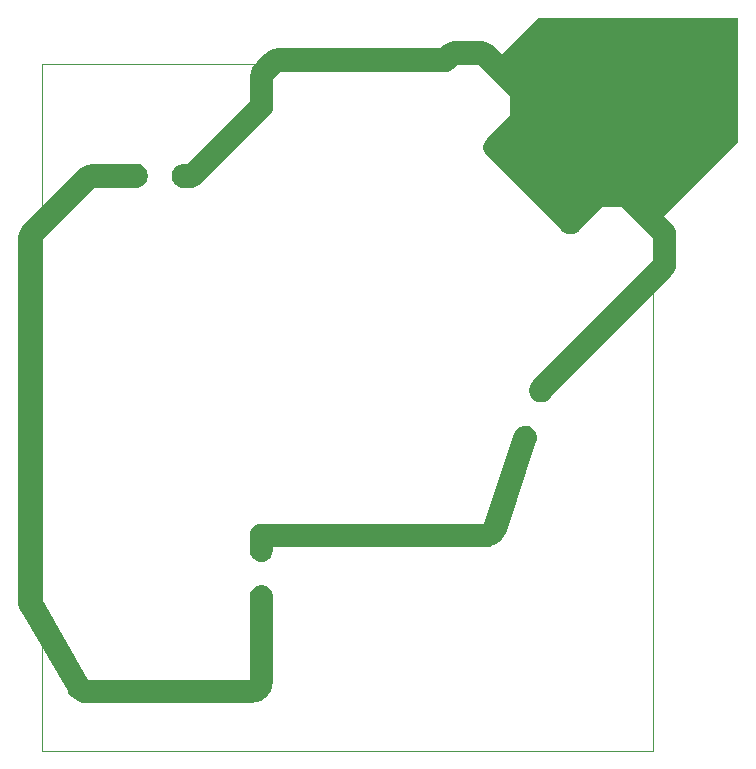
<source format=gbr>
%TF.GenerationSoftware,Altium Limited,Altium Designer,23.4.1 (23)*%
G04 Layer_Color=0*
%FSLAX26Y26*%
%MOIN*%
%TF.SameCoordinates,1F395C4B-4EE4-4E32-9856-E664E5071CD5*%
%TF.FilePolarity,Positive*%
%TF.FileFunction,Profile,NP*%
%TF.Part,CustomerPanel*%
G01*
G75*
%TA.AperFunction,Profile*%
%ADD135C,0.001000*%
G36*
X693178Y433071D02*
Y480150D01*
Y484029D01*
X694691Y491638D01*
X697660Y498805D01*
X701970Y505256D01*
X704713Y507999D01*
X704713Y507999D01*
X705694Y508980D01*
X708437Y511723D01*
X714888Y516033D01*
X722056Y519002D01*
X729665Y520516D01*
X733544Y520516D01*
X733544Y520516D01*
X1475089D01*
X1475097Y520540D01*
X1574764Y819541D01*
X1576234Y823952D01*
X1581147Y831845D01*
X1587763Y838378D01*
X1595719Y843191D01*
X1604576Y846019D01*
X1613848Y846708D01*
X1623026Y845219D01*
X1631605Y841633D01*
X1639113Y836149D01*
X1645138Y829068D01*
X1649348Y820778D01*
X1651513Y811736D01*
X1651513Y807087D01*
X1651513Y805502D01*
X1651259Y802342D01*
X1650751Y799213D01*
X1649993Y796136D01*
X1649492Y794632D01*
X1649492D01*
X1549825Y495630D01*
X1547879Y489783D01*
X1542215Y478836D01*
X1534916Y468903D01*
X1526162Y460226D01*
X1516164Y453017D01*
X1505167Y447451D01*
X1493438Y443663D01*
X1481262Y441746D01*
X1475099Y441746D01*
X1475099D01*
X771948D01*
Y433071D01*
Y427885D01*
X769264Y417869D01*
X764079Y408888D01*
X756746Y401555D01*
X747765Y396370D01*
X737748Y393686D01*
X727378D01*
X717361Y396370D01*
X708380Y401555D01*
X701047Y408888D01*
X695862Y417869D01*
X693178Y427885D01*
Y433071D01*
D01*
D02*
G37*
G36*
X-68217Y229074D02*
X-70795Y233543D01*
X-74741Y243076D01*
X-77410Y253043D01*
X-78756Y263273D01*
X-78756Y268432D01*
Y268432D01*
Y1465266D01*
Y1473023D01*
X-75730Y1488239D01*
X-69793Y1502571D01*
X-61174Y1515470D01*
X-55689Y1520955D01*
X-55689Y1520955D01*
X119368Y1696013D01*
X124853Y1701498D01*
X137752Y1710117D01*
X152085Y1716053D01*
X167301Y1719080D01*
X175058D01*
X175058Y1719080D01*
X314961D01*
X318840D01*
X326449Y1717567D01*
X333617Y1714598D01*
X340067Y1710287D01*
X345553Y1704802D01*
X349863Y1698351D01*
X352832Y1691183D01*
X354346Y1683574D01*
Y1679695D01*
Y1675816D01*
X352832Y1668207D01*
X349863Y1661039D01*
X345553Y1654589D01*
X340067Y1649103D01*
X333617Y1644792D01*
X326449Y1641823D01*
X318840Y1640310D01*
X314961D01*
D01*
X175064D01*
X14Y1465261D01*
Y268436D01*
X154882Y14D01*
X693178D01*
Y275591D01*
Y280776D01*
X695862Y290793D01*
X701047Y299774D01*
X708380Y307107D01*
X717361Y312292D01*
X727378Y314976D01*
X737748D01*
X747765Y312292D01*
X756746Y307107D01*
X764079Y299774D01*
X769264Y290793D01*
X771948Y280776D01*
Y275591D01*
D01*
X771948Y0D01*
Y-7757D01*
X768921Y-22972D01*
X762984Y-37305D01*
X754365Y-50204D01*
X743396Y-61174D01*
X730497Y-69793D01*
X716164Y-75730D01*
X700948Y-78756D01*
X693192D01*
Y-78756D01*
X154874D01*
X149710D01*
X139472Y-77408D01*
X129497Y-74734D01*
X119957Y-70781D01*
X111014Y-65617D01*
X102823Y-59329D01*
X95522Y-52025D01*
X89238Y-43830D01*
X86657Y-39358D01*
D01*
X-68217Y229074D01*
D02*
G37*
G36*
X472441Y1640310D02*
X500750D01*
X504629D01*
X512238Y1641823D01*
X519405Y1644792D01*
X525856Y1649103D01*
X528599Y1651845D01*
X528599Y1651846D01*
X760670Y1883917D01*
X763413Y1886659D01*
X767723Y1893110D01*
X770692Y1900278D01*
X772206Y1907887D01*
X772205Y1911766D01*
X772206Y1911766D01*
Y2002452D01*
X795197Y2025444D01*
X1343206D01*
X1347085D01*
X1354695Y2026957D01*
X1361862Y2029926D01*
X1368313Y2034236D01*
X1371056Y2036979D01*
X1371056Y2036979D01*
X1383835Y2049759D01*
X1458627D01*
X1561965Y1946421D01*
Y1881472D01*
X1483509Y1803016D01*
X1480766Y1800273D01*
X1476456Y1793822D01*
X1473487Y1786655D01*
X1471974Y1779046D01*
X1471974Y1771287D01*
X1473487Y1763678D01*
X1476456Y1756511D01*
X1480767Y1750060D01*
X1483509Y1747317D01*
D01*
X1734917Y1495910D01*
X1737660Y1493167D01*
X1744110Y1488857D01*
X1751278Y1485888D01*
X1758887Y1484374D01*
X1766645Y1484374D01*
X1774255Y1485888D01*
X1781422Y1488857D01*
X1787873Y1493167D01*
X1790616Y1495910D01*
X1790616D01*
X1869071Y1574365D01*
X1934020D01*
X2037359Y1471027D01*
Y1396236D01*
X1638389Y997265D01*
X1636773Y995649D01*
X1633936Y992065D01*
X1631534Y988178D01*
X1629597Y984038D01*
X1628874Y981870D01*
X1628874Y981870D01*
X1627257Y977021D01*
X1625682Y972294D01*
X1624984Y962353D01*
X1626784Y952551D01*
X1630969Y943507D01*
X1637274Y935789D01*
X1645303Y929885D01*
X1654549Y926167D01*
X1664429Y924868D01*
X1674322Y926071D01*
X1683603Y929700D01*
X1691689Y935525D01*
X1698068Y943181D01*
X1700204Y947683D01*
X1700204Y947683D01*
X2093062Y1340541D01*
X2098546Y1346025D01*
X2107165Y1358925D01*
X2113102Y1373257D01*
X2116129Y1388473D01*
Y1396230D01*
X2116129Y1396230D01*
X2116129Y1471033D01*
Y1478789D01*
X2113102Y1494005D01*
X2107165Y1508338D01*
X2098546Y1521237D01*
X2093062Y1526722D01*
X2093062Y1526722D01*
X1989715Y1630068D01*
X1984230Y1635553D01*
X1971331Y1644172D01*
X1956998Y1650109D01*
X1941783Y1653135D01*
X1934026D01*
X1934026Y1653135D01*
X1869065Y1653135D01*
X1861309Y1653135D01*
X1846093Y1650109D01*
X1831761Y1644172D01*
X1818861Y1635553D01*
X1813377Y1630068D01*
Y1630068D01*
X1762766Y1579458D01*
X1567058Y1775167D01*
X1617668Y1825777D01*
X1623153Y1831262D01*
X1631772Y1844161D01*
X1637708Y1858493D01*
X1640735Y1873709D01*
Y1881466D01*
X1640735Y1881466D01*
X1640735Y1946426D01*
Y1954183D01*
X1637708Y1969399D01*
X1631772Y1983731D01*
X1623153Y1996630D01*
X1617668Y2002115D01*
X1617668Y2002115D01*
X1514322Y2105462D01*
X1508837Y2110947D01*
X1495938Y2119566D01*
X1481605Y2125502D01*
X1466389Y2128529D01*
X1458632D01*
X1458632Y2128529D01*
X1383829Y2128529D01*
X1376073Y2128529D01*
X1360857Y2125502D01*
X1346524Y2119566D01*
X1333625Y2110947D01*
X1328140Y2105462D01*
Y2105462D01*
X1326892Y2104214D01*
X795192Y2104214D01*
X787435Y2104214D01*
X772219Y2101187D01*
X757886Y2095251D01*
X744987Y2086632D01*
X739503Y2081147D01*
Y2081147D01*
X716502Y2058147D01*
X711018Y2052662D01*
X702399Y2039763D01*
X696462Y2025430D01*
X693435Y2010215D01*
Y2002458D01*
Y2002458D01*
Y1928080D01*
X484436Y1719080D01*
X472441D01*
X467256D01*
X457239Y1716396D01*
X448258Y1711211D01*
X440925Y1703878D01*
X435740Y1694897D01*
X433056Y1684880D01*
Y1674510D01*
X435740Y1664493D01*
X440925Y1655512D01*
X448258Y1648179D01*
X457239Y1642994D01*
X467256Y1640310D01*
X472441D01*
D01*
D02*
G37*
G36*
X1555118Y2027559D02*
X1601350Y1981327D01*
Y1857256D01*
X1535433Y1791339D01*
X1771654Y1555118D01*
X1810433D01*
X1869488Y1614173D01*
X1988189D01*
X2066929Y1535433D01*
X2322835Y1791339D01*
Y2204724D01*
X1653543D01*
X1515748Y2066929D01*
X1555118Y2027559D01*
D02*
G37*
D135*
X-0Y-236220D02*
X2039370D01*
X2039370Y2051181D01*
X-0D01*
X-0Y-236220D01*
%TF.MD5,2c09cbbb3df3353a1cb78ced23a27057*%
M02*

</source>
